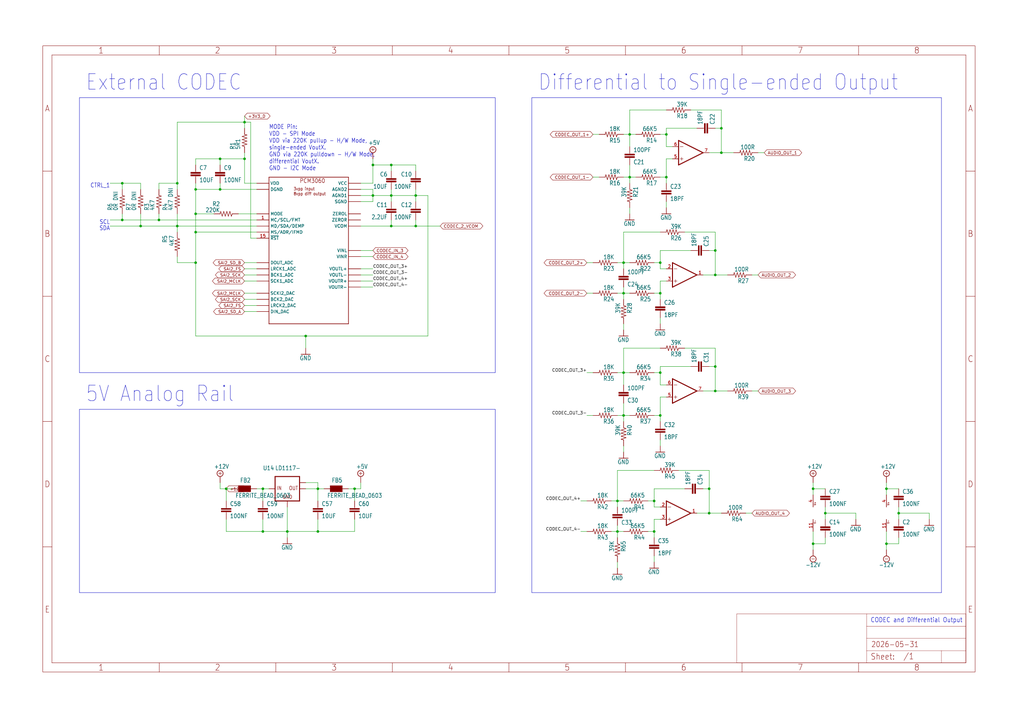
<source format=kicad_sch>
(kicad_sch (version 20230121) (generator eeschema)
  (paper "User" 425.45 298.602)
  (junction (at 259.08 109.22))
  (junction (at 368.3 203.2))
  (junction (at 81.28 96.52))
  (junction (at 162.56 81.28))
  (junction (at 132.08 220.98))
  (junction (at 119.38 220.98))
  (junction (at 81.28 78.74))
  (junction (at 337.82 203.2))
  (junction (at 162.56 68.58))
  (junction (at 154.94 68.58))
  (junction (at 299.72 63.5))
  (junction (at 297.18 152.4))
  (junction (at 368.3 226.06))
  (junction (at 271.78 208.28))
  (junction (at 93.98 203.2))
  (junction (at 342.9 213.36))
  (junction (at 274.32 172.72))
  (junction (at 127 139.7))
  (junction (at 109.22 203.2))
  (junction (at 271.78 220.98))
  (junction (at 50.8 76.2))
  (junction (at 109.22 220.98))
  (junction (at 81.28 88.9))
  (junction (at 256.54 208.28))
  (junction (at 261.62 73.66))
  (junction (at 259.08 121.92))
  (junction (at 299.72 53.34))
  (junction (at 259.08 154.94))
  (junction (at 73.66 76.2))
  (junction (at 154.94 81.28))
  (junction (at 297.18 162.56))
  (junction (at 50.8 91.44))
  (junction (at 91.44 78.74))
  (junction (at 162.56 93.98))
  (junction (at 259.08 172.72))
  (junction (at 276.86 73.66))
  (junction (at 91.44 66.04))
  (junction (at 297.18 104.14))
  (junction (at 101.6 66.04))
  (junction (at 132.08 203.2))
  (junction (at 276.86 55.88))
  (junction (at 147.32 203.2))
  (junction (at 172.72 93.98))
  (junction (at 101.6 50.8))
  (junction (at 294.64 213.36))
  (junction (at 256.54 220.98))
  (junction (at 294.64 203.2))
  (junction (at 261.62 55.88))
  (junction (at 73.66 93.98))
  (junction (at 274.32 109.22))
  (junction (at 81.28 109.22))
  (junction (at 337.82 226.06))
  (junction (at 172.72 81.28))
  (junction (at 297.18 114.3))
  (junction (at 66.04 91.44))
  (junction (at 274.32 121.92))
  (junction (at 58.42 93.98))
  (junction (at 274.32 154.94))
  (junction (at 373.38 213.36))
  (wire (pts (xy 274.32 55.88) (xy 276.86 55.88)) (stroke (width 0.1524)))
  (wire (pts (xy 368.3 226.06) (xy 368.3 220.98)) (stroke (width 0.1524)))
  (wire (pts (xy 259.08 121.92) (xy 259.08 119.38)) (stroke (width 0.1524)))
  (wire (pts (xy 297.18 152.4) (xy 297.18 162.56)) (stroke (width 0.1524)))
  (wire (pts (xy 132.08 200.66) (xy 132.08 203.2)) (stroke (width 0.1524)))
  (wire (pts (xy 162.56 83.82) (xy 162.56 81.28)) (stroke (width 0.1524)))
  (wire (pts (xy 269.24 208.28) (xy 271.78 208.28)) (stroke (width 0.1524)))
  (polyline (pts (xy 205.74 154.94) (xy 33.02 154.94)) (stroke (width 0.1524) (type solid)))
  (wire (pts (xy 149.86 93.98) (xy 162.56 93.98)) (stroke (width 0.1524)))
  (wire (pts (xy 337.82 203.2) (xy 337.82 200.66)) (stroke (width 0.1524)))
  (wire (pts (xy 109.22 220.98) (xy 119.38 220.98)) (stroke (width 0.1524)))
  (wire (pts (xy 274.32 116.84) (xy 276.86 116.84)) (stroke (width 0.1524)))
  (wire (pts (xy 93.98 220.98) (xy 109.22 220.98)) (stroke (width 0.1524)))
  (wire (pts (xy 248.92 73.66) (xy 246.38 73.66)) (stroke (width 0.1524)))
  (polyline (pts (xy 391.16 246.38) (xy 391.16 40.64)) (stroke (width 0.1524) (type solid)))
  (wire (pts (xy 154.94 68.58) (xy 154.94 76.2)) (stroke (width 0.1524)))
  (wire (pts (xy 91.44 203.2) (xy 91.44 200.66)) (stroke (width 0.1524)))
  (wire (pts (xy 259.08 111.76) (xy 259.08 109.22)) (stroke (width 0.1524)))
  (wire (pts (xy 299.72 53.34) (xy 299.72 63.5)) (stroke (width 0.1524)))
  (wire (pts (xy 276.86 60.96) (xy 279.4 60.96)) (stroke (width 0.1524)))
  (wire (pts (xy 261.62 88.9) (xy 261.62 86.36)) (stroke (width 0.1524)))
  (wire (pts (xy 50.8 91.44) (xy 45.72 91.44)) (stroke (width 0.1524)))
  (wire (pts (xy 261.62 154.94) (xy 259.08 154.94)) (stroke (width 0.1524)))
  (wire (pts (xy 276.86 83.82) (xy 276.86 86.36)) (stroke (width 0.1524)))
  (wire (pts (xy 162.56 93.98) (xy 172.72 93.98)) (stroke (width 0.1524)))
  (wire (pts (xy 172.72 83.82) (xy 172.72 81.28)) (stroke (width 0.1524)))
  (wire (pts (xy 73.66 109.22) (xy 81.28 109.22)) (stroke (width 0.1524)))
  (wire (pts (xy 256.54 236.22) (xy 256.54 233.68)) (stroke (width 0.1524)))
  (polyline (pts (xy 220.98 40.64) (xy 220.98 246.38)) (stroke (width 0.1524) (type solid)))
  (wire (pts (xy 373.38 215.9) (xy 373.38 213.36)) (stroke (width 0.1524)))
  (wire (pts (xy 261.62 45.72) (xy 261.62 55.88)) (stroke (width 0.1524)))
  (wire (pts (xy 132.08 215.9) (xy 132.08 220.98)) (stroke (width 0.1524)))
  (wire (pts (xy 271.78 195.58) (xy 256.54 195.58)) (stroke (width 0.1524)))
  (wire (pts (xy 50.8 76.2) (xy 45.72 76.2)) (stroke (width 0.1524)))
  (wire (pts (xy 294.64 203.2) (xy 294.64 213.36)) (stroke (width 0.1524)))
  (wire (pts (xy 109.22 208.28) (xy 109.22 203.2)) (stroke (width 0.1524)))
  (wire (pts (xy 342.9 215.9) (xy 342.9 213.36)) (stroke (width 0.1524)))
  (wire (pts (xy 261.62 109.22) (xy 259.08 109.22)) (stroke (width 0.1524)))
  (wire (pts (xy 81.28 109.22) (xy 81.28 139.7)) (stroke (width 0.1524)))
  (wire (pts (xy 274.32 121.92) (xy 274.32 116.84)) (stroke (width 0.1524)))
  (wire (pts (xy 271.78 220.98) (xy 271.78 223.52)) (stroke (width 0.1524)))
  (wire (pts (xy 149.86 200.66) (xy 149.86 203.2)) (stroke (width 0.1524)))
  (polyline (pts (xy 205.74 40.64) (xy 205.74 154.94)) (stroke (width 0.1524) (type solid)))
  (wire (pts (xy 106.68 111.76) (xy 101.6 111.76)) (stroke (width 0.1524)))
  (wire (pts (xy 274.32 144.78) (xy 259.08 144.78)) (stroke (width 0.1524)))
  (wire (pts (xy 259.08 124.46) (xy 259.08 121.92)) (stroke (width 0.1524)))
  (wire (pts (xy 294.64 195.58) (xy 294.64 203.2)) (stroke (width 0.1524)))
  (wire (pts (xy 104.14 50.8) (xy 101.6 50.8)) (stroke (width 0.1524)))
  (polyline (pts (xy 33.02 246.38) (xy 205.74 246.38)) (stroke (width 0.1524) (type solid)))
  (wire (pts (xy 259.08 160.02) (xy 259.08 154.94)) (stroke (width 0.1524)))
  (wire (pts (xy 149.86 104.14) (xy 154.94 104.14)) (stroke (width 0.1524)))
  (wire (pts (xy 342.9 213.36) (xy 355.6 213.36)) (stroke (width 0.1524)))
  (wire (pts (xy 106.68 109.22) (xy 101.6 109.22)) (stroke (width 0.1524)))
  (wire (pts (xy 271.78 121.92) (xy 274.32 121.92)) (stroke (width 0.1524)))
  (wire (pts (xy 149.86 119.38) (xy 154.94 119.38)) (stroke (width 0.1524)))
  (wire (pts (xy 259.08 137.16) (xy 259.08 134.62)) (stroke (width 0.1524)))
  (wire (pts (xy 287.02 152.4) (xy 274.32 152.4)) (stroke (width 0.1524)))
  (wire (pts (xy 109.22 215.9) (xy 109.22 220.98)) (stroke (width 0.1524)))
  (wire (pts (xy 106.68 93.98) (xy 73.66 93.98)) (stroke (width 0.1524)))
  (wire (pts (xy 162.56 78.74) (xy 162.56 81.28)) (stroke (width 0.1524)))
  (wire (pts (xy 281.94 195.58) (xy 294.64 195.58)) (stroke (width 0.1524)))
  (wire (pts (xy 259.08 220.98) (xy 256.54 220.98)) (stroke (width 0.1524)))
  (polyline (pts (xy 33.02 170.18) (xy 33.02 246.38)) (stroke (width 0.1524) (type solid)))
  (wire (pts (xy 154.94 76.2) (xy 149.86 76.2)) (stroke (width 0.1524)))
  (wire (pts (xy 101.6 63.5) (xy 101.6 66.04)) (stroke (width 0.1524)))
  (polyline (pts (xy 220.98 246.38) (xy 391.16 246.38)) (stroke (width 0.1524) (type solid)))
  (wire (pts (xy 274.32 73.66) (xy 276.86 73.66)) (stroke (width 0.1524)))
  (wire (pts (xy 144.78 203.2) (xy 147.32 203.2)) (stroke (width 0.1524)))
  (wire (pts (xy 304.8 63.5) (xy 299.72 63.5)) (stroke (width 0.1524)))
  (wire (pts (xy 297.18 104.14) (xy 297.18 114.3)) (stroke (width 0.1524)))
  (wire (pts (xy 299.72 63.5) (xy 294.64 63.5)) (stroke (width 0.1524)))
  (wire (pts (xy 106.68 88.9) (xy 99.06 88.9)) (stroke (width 0.1524)))
  (wire (pts (xy 81.28 66.04) (xy 91.44 66.04)) (stroke (width 0.1524)))
  (wire (pts (xy 50.8 76.2) (xy 58.42 76.2)) (stroke (width 0.1524)))
  (wire (pts (xy 342.9 203.2) (xy 337.82 203.2)) (stroke (width 0.1524)))
  (wire (pts (xy 154.94 78.74) (xy 154.94 81.28)) (stroke (width 0.1524)))
  (wire (pts (xy 93.98 203.2) (xy 91.44 203.2)) (stroke (width 0.1524)))
  (wire (pts (xy 101.6 53.34) (xy 101.6 50.8)) (stroke (width 0.1524)))
  (wire (pts (xy 149.86 111.76) (xy 154.94 111.76)) (stroke (width 0.1524)))
  (wire (pts (xy 274.32 172.72) (xy 274.32 165.1)) (stroke (width 0.1524)))
  (wire (pts (xy 106.68 91.44) (xy 66.04 91.44)) (stroke (width 0.1524)))
  (wire (pts (xy 373.38 213.36) (xy 386.08 213.36)) (stroke (width 0.1524)))
  (wire (pts (xy 162.56 91.44) (xy 162.56 93.98)) (stroke (width 0.1524)))
  (wire (pts (xy 261.62 172.72) (xy 259.08 172.72)) (stroke (width 0.1524)))
  (wire (pts (xy 274.32 154.94) (xy 274.32 160.02)) (stroke (width 0.1524)))
  (wire (pts (xy 93.98 215.9) (xy 93.98 220.98)) (stroke (width 0.1524)))
  (wire (pts (xy 294.64 152.4) (xy 297.18 152.4)) (stroke (width 0.1524)))
  (wire (pts (xy 259.08 172.72) (xy 259.08 167.64)) (stroke (width 0.1524)))
  (wire (pts (xy 243.84 208.28) (xy 241.3 208.28)) (stroke (width 0.1524)))
  (polyline (pts (xy 391.16 40.64) (xy 220.98 40.64)) (stroke (width 0.1524) (type solid)))
  (wire (pts (xy 297.18 162.56) (xy 292.1 162.56)) (stroke (width 0.1524)))
  (wire (pts (xy 373.38 226.06) (xy 368.3 226.06)) (stroke (width 0.1524)))
  (wire (pts (xy 264.16 73.66) (xy 261.62 73.66)) (stroke (width 0.1524)))
  (wire (pts (xy 271.78 172.72) (xy 274.32 172.72)) (stroke (width 0.1524)))
  (wire (pts (xy 132.08 203.2) (xy 134.62 203.2)) (stroke (width 0.1524)))
  (wire (pts (xy 309.88 213.36) (xy 312.42 213.36)) (stroke (width 0.1524)))
  (wire (pts (xy 111.76 203.2) (xy 109.22 203.2)) (stroke (width 0.1524)))
  (wire (pts (xy 246.38 172.72) (xy 243.84 172.72)) (stroke (width 0.1524)))
  (wire (pts (xy 73.66 76.2) (xy 73.66 50.8)) (stroke (width 0.1524)))
  (wire (pts (xy 274.32 160.02) (xy 276.86 160.02)) (stroke (width 0.1524)))
  (wire (pts (xy 154.94 66.04) (xy 154.94 68.58)) (stroke (width 0.1524)))
  (wire (pts (xy 104.14 99.06) (xy 104.14 50.8)) (stroke (width 0.1524)))
  (wire (pts (xy 248.92 55.88) (xy 246.38 55.88)) (stroke (width 0.1524)))
  (wire (pts (xy 274.32 172.72) (xy 274.32 175.26)) (stroke (width 0.1524)))
  (wire (pts (xy 66.04 76.2) (xy 73.66 76.2)) (stroke (width 0.1524)))
  (wire (pts (xy 271.78 215.9) (xy 274.32 215.9)) (stroke (width 0.1524)))
  (wire (pts (xy 132.08 208.28) (xy 132.08 203.2)) (stroke (width 0.1524)))
  (wire (pts (xy 149.86 114.3) (xy 154.94 114.3)) (stroke (width 0.1524)))
  (wire (pts (xy 312.42 162.56) (xy 314.96 162.56)) (stroke (width 0.1524)))
  (wire (pts (xy 337.82 226.06) (xy 337.82 228.6)) (stroke (width 0.1524)))
  (wire (pts (xy 368.3 226.06) (xy 368.3 228.6)) (stroke (width 0.1524)))
  (wire (pts (xy 109.22 203.2) (xy 106.68 203.2)) (stroke (width 0.1524)))
  (wire (pts (xy 177.8 81.28) (xy 177.8 139.7)) (stroke (width 0.1524)))
  (wire (pts (xy 162.56 81.28) (xy 172.72 81.28)) (stroke (width 0.1524)))
  (wire (pts (xy 261.62 60.96) (xy 261.62 55.88)) (stroke (width 0.1524)))
  (wire (pts (xy 50.8 91.44) (xy 50.8 88.9)) (stroke (width 0.1524)))
  (wire (pts (xy 246.38 109.22) (xy 243.84 109.22)) (stroke (width 0.1524)))
  (wire (pts (xy 274.32 121.92) (xy 274.32 124.46)) (stroke (width 0.1524)))
  (wire (pts (xy 91.44 78.74) (xy 81.28 78.74)) (stroke (width 0.1524)))
  (wire (pts (xy 127 139.7) (xy 177.8 139.7)) (stroke (width 0.1524)))
  (wire (pts (xy 314.96 63.5) (xy 317.5 63.5)) (stroke (width 0.1524)))
  (wire (pts (xy 259.08 144.78) (xy 259.08 154.94)) (stroke (width 0.1524)))
  (wire (pts (xy 96.52 203.2) (xy 93.98 203.2)) (stroke (width 0.1524)))
  (wire (pts (xy 284.48 203.2) (xy 271.78 203.2)) (stroke (width 0.1524)))
  (wire (pts (xy 73.66 76.2) (xy 73.66 78.74)) (stroke (width 0.1524)))
  (wire (pts (xy 269.24 220.98) (xy 271.78 220.98)) (stroke (width 0.1524)))
  (wire (pts (xy 261.62 73.66) (xy 261.62 68.58)) (stroke (width 0.1524)))
  (wire (pts (xy 271.78 109.22) (xy 274.32 109.22)) (stroke (width 0.1524)))
  (wire (pts (xy 284.48 144.78) (xy 297.18 144.78)) (stroke (width 0.1524)))
  (wire (pts (xy 147.32 215.9) (xy 147.32 220.98)) (stroke (width 0.1524)))
  (wire (pts (xy 342.9 223.52) (xy 342.9 226.06)) (stroke (width 0.1524)))
  (wire (pts (xy 172.72 68.58) (xy 172.72 71.12)) (stroke (width 0.1524)))
  (wire (pts (xy 147.32 220.98) (xy 132.08 220.98)) (stroke (width 0.1524)))
  (wire (pts (xy 299.72 45.72) (xy 299.72 53.34)) (stroke (width 0.1524)))
  (wire (pts (xy 154.94 81.28) (xy 162.56 81.28)) (stroke (width 0.1524)))
  (wire (pts (xy 50.8 78.74) (xy 50.8 76.2)) (stroke (width 0.1524)))
  (wire (pts (xy 106.68 114.3) (xy 101.6 114.3)) (stroke (width 0.1524)))
  (wire (pts (xy 256.54 195.58) (xy 256.54 208.28)) (stroke (width 0.1524)))
  (wire (pts (xy 149.86 106.68) (xy 154.94 106.68)) (stroke (width 0.1524)))
  (wire (pts (xy 302.26 162.56) (xy 297.18 162.56)) (stroke (width 0.1524)))
  (wire (pts (xy 154.94 81.28) (xy 149.86 81.28)) (stroke (width 0.1524)))
  (wire (pts (xy 342.9 226.06) (xy 337.82 226.06)) (stroke (width 0.1524)))
  (wire (pts (xy 154.94 81.28) (xy 154.94 83.82)) (stroke (width 0.1524)))
  (wire (pts (xy 284.48 96.52) (xy 297.18 96.52)) (stroke (width 0.1524)))
  (wire (pts (xy 299.72 213.36) (xy 294.64 213.36)) (stroke (width 0.1524)))
  (wire (pts (xy 106.68 96.52) (xy 81.28 96.52)) (stroke (width 0.1524)))
  (wire (pts (xy 294.64 213.36) (xy 289.56 213.36)) (stroke (width 0.1524)))
  (wire (pts (xy 81.28 68.58) (xy 81.28 66.04)) (stroke (width 0.1524)))
  (wire (pts (xy 101.6 66.04) (xy 101.6 76.2)) (stroke (width 0.1524)))
  (wire (pts (xy 271.78 210.82) (xy 274.32 210.82)) (stroke (width 0.1524)))
  (wire (pts (xy 106.68 124.46) (xy 101.6 124.46)) (stroke (width 0.1524)))
  (wire (pts (xy 73.66 93.98) (xy 58.42 93.98)) (stroke (width 0.1524)))
  (wire (pts (xy 127 203.2) (xy 132.08 203.2)) (stroke (width 0.1524)))
  (wire (pts (xy 261.62 55.88) (xy 259.08 55.88)) (stroke (width 0.1524)))
  (wire (pts (xy 149.86 78.74) (xy 154.94 78.74)) (stroke (width 0.1524)))
  (wire (pts (xy 271.78 220.98) (xy 271.78 215.9)) (stroke (width 0.1524)))
  (wire (pts (xy 106.68 116.84) (xy 101.6 116.84)) (stroke (width 0.1524)))
  (wire (pts (xy 106.68 127) (xy 101.6 127)) (stroke (width 0.1524)))
  (wire (pts (xy 172.72 93.98) (xy 182.88 93.98)) (stroke (width 0.1524)))
  (wire (pts (xy 259.08 109.22) (xy 256.54 109.22)) (stroke (width 0.1524)))
  (wire (pts (xy 271.78 203.2) (xy 271.78 208.28)) (stroke (width 0.1524)))
  (wire (pts (xy 172.72 81.28) (xy 172.72 78.74)) (stroke (width 0.1524)))
  (wire (pts (xy 287.02 104.14) (xy 274.32 104.14)) (stroke (width 0.1524)))
  (wire (pts (xy 106.68 78.74) (xy 91.44 78.74)) (stroke (width 0.1524)))
  (wire (pts (xy 261.62 73.66) (xy 259.08 73.66)) (stroke (width 0.1524)))
  (wire (pts (xy 119.38 210.82) (xy 119.38 220.98)) (stroke (width 0.1524)))
  (wire (pts (xy 73.66 96.52) (xy 73.66 93.98)) (stroke (width 0.1524)))
  (wire (pts (xy 287.02 45.72) (xy 299.72 45.72)) (stroke (width 0.1524)))
  (wire (pts (xy 246.38 154.94) (xy 243.84 154.94)) (stroke (width 0.1524)))
  (wire (pts (xy 162.56 68.58) (xy 162.56 71.12)) (stroke (width 0.1524)))
  (wire (pts (xy 259.08 172.72) (xy 256.54 172.72)) (stroke (width 0.1524)))
  (wire (pts (xy 101.6 76.2) (xy 106.68 76.2)) (stroke (width 0.1524)))
  (wire (pts (xy 292.1 203.2) (xy 294.64 203.2)) (stroke (width 0.1524)))
  (wire (pts (xy 93.98 208.28) (xy 93.98 203.2)) (stroke (width 0.1524)))
  (wire (pts (xy 66.04 78.74) (xy 66.04 76.2)) (stroke (width 0.1524)))
  (wire (pts (xy 91.44 68.58) (xy 91.44 66.04)) (stroke (width 0.1524)))
  (wire (pts (xy 271.78 154.94) (xy 274.32 154.94)) (stroke (width 0.1524)))
  (wire (pts (xy 274.32 111.76) (xy 276.86 111.76)) (stroke (width 0.1524)))
  (wire (pts (xy 276.86 66.04) (xy 279.4 66.04)) (stroke (width 0.1524)))
  (wire (pts (xy 259.08 208.28) (xy 256.54 208.28)) (stroke (width 0.1524)))
  (wire (pts (xy 274.32 96.52) (xy 259.08 96.52)) (stroke (width 0.1524)))
  (wire (pts (xy 256.54 220.98) (xy 254 220.98)) (stroke (width 0.1524)))
  (wire (pts (xy 271.78 208.28) (xy 271.78 210.82)) (stroke (width 0.1524)))
  (wire (pts (xy 149.86 203.2) (xy 147.32 203.2)) (stroke (width 0.1524)))
  (wire (pts (xy 58.42 93.98) (xy 58.42 88.9)) (stroke (width 0.1524)))
  (wire (pts (xy 81.28 88.9) (xy 81.28 96.52)) (stroke (width 0.1524)))
  (wire (pts (xy 106.68 99.06) (xy 104.14 99.06)) (stroke (width 0.1524)))
  (wire (pts (xy 73.66 106.68) (xy 73.66 109.22)) (stroke (width 0.1524)))
  (wire (pts (xy 274.32 132.08) (xy 274.32 134.62)) (stroke (width 0.1524)))
  (wire (pts (xy 337.82 226.06) (xy 337.82 220.98)) (stroke (width 0.1524)))
  (wire (pts (xy 355.6 213.36) (xy 355.6 215.9)) (stroke (width 0.1524)))
  (wire (pts (xy 276.86 73.66) (xy 276.86 66.04)) (stroke (width 0.1524)))
  (wire (pts (xy 297.18 114.3) (xy 292.1 114.3)) (stroke (width 0.1524)))
  (wire (pts (xy 154.94 68.58) (xy 162.56 68.58)) (stroke (width 0.1524)))
  (wire (pts (xy 368.3 203.2) (xy 368.3 200.66)) (stroke (width 0.1524)))
  (wire (pts (xy 101.6 129.54) (xy 106.68 129.54)) (stroke (width 0.1524)))
  (wire (pts (xy 88.9 88.9) (xy 81.28 88.9)) (stroke (width 0.1524)))
  (wire (pts (xy 373.38 203.2) (xy 368.3 203.2)) (stroke (width 0.1524)))
  (wire (pts (xy 276.86 55.88) (xy 276.86 60.96)) (stroke (width 0.1524)))
  (wire (pts (xy 373.38 213.36) (xy 373.38 210.82)) (stroke (width 0.1524)))
  (wire (pts (xy 81.28 78.74) (xy 81.28 88.9)) (stroke (width 0.1524)))
  (wire (pts (xy 119.38 220.98) (xy 119.38 223.52)) (stroke (width 0.1524)))
  (wire (pts (xy 276.86 45.72) (xy 261.62 45.72)) (stroke (width 0.1524)))
  (wire (pts (xy 373.38 223.52) (xy 373.38 226.06)) (stroke (width 0.1524)))
  (wire (pts (xy 256.54 223.52) (xy 256.54 220.98)) (stroke (width 0.1524)))
  (wire (pts (xy 246.38 121.92) (xy 243.84 121.92)) (stroke (width 0.1524)))
  (wire (pts (xy 127 200.66) (xy 132.08 200.66)) (stroke (width 0.1524)))
  (wire (pts (xy 172.72 91.44) (xy 172.72 93.98)) (stroke (width 0.1524)))
  (wire (pts (xy 264.16 55.88) (xy 261.62 55.88)) (stroke (width 0.1524)))
  (wire (pts (xy 91.44 76.2) (xy 91.44 78.74)) (stroke (width 0.1524)))
  (wire (pts (xy 368.3 203.2) (xy 368.3 205.74)) (stroke (width 0.1524)))
  (wire (pts (xy 386.08 213.36) (xy 386.08 215.9)) (stroke (width 0.1524)))
  (wire (pts (xy 73.66 88.9) (xy 73.66 93.98)) (stroke (width 0.1524)))
  (wire (pts (xy 81.28 76.2) (xy 81.28 78.74)) (stroke (width 0.1524)))
  (wire (pts (xy 256.54 220.98) (xy 256.54 218.44)) (stroke (width 0.1524)))
  (wire (pts (xy 261.62 76.2) (xy 261.62 73.66)) (stroke (width 0.1524)))
  (wire (pts (xy 259.08 121.92) (xy 256.54 121.92)) (stroke (width 0.1524)))
  (wire (pts (xy 261.62 121.92) (xy 259.08 121.92)) (stroke (width 0.1524)))
  (wire (pts (xy 132.08 220.98) (xy 119.38 220.98)) (stroke (width 0.1524)))
  (wire (pts (xy 259.08 96.52) (xy 259.08 109.22)) (stroke (width 0.1524)))
  (wire (pts (xy 294.64 104.14) (xy 297.18 104.14)) (stroke (width 0.1524)))
  (wire (pts (xy 172.72 81.28) (xy 177.8 81.28)) (stroke (width 0.1524)))
  (wire (pts (xy 337.82 203.2) (xy 337.82 205.74)) (stroke (width 0.1524)))
  (polyline (pts (xy 205.74 170.18) (xy 33.02 170.18)) (stroke (width 0.1524) (type solid)))
  (wire (pts (xy 58.42 93.98) (xy 45.72 93.98)) (stroke (width 0.1524)))
  (wire (pts (xy 259.08 154.94) (xy 256.54 154.94)) (stroke (width 0.1524)))
  (wire (pts (xy 259.08 175.26) (xy 259.08 172.72)) (stroke (width 0.1524)))
  (wire (pts (xy 91.44 66.04) (xy 101.6 66.04)) (stroke (width 0.1524)))
  (wire (pts (xy 274.32 182.88) (xy 274.32 185.42)) (stroke (width 0.1524)))
  (wire (pts (xy 259.08 187.96) (xy 259.08 185.42)) (stroke (width 0.1524)))
  (wire (pts (xy 127 139.7) (xy 127 144.78)) (stroke (width 0.1524)))
  (wire (pts (xy 297.18 96.52) (xy 297.18 104.14)) (stroke (width 0.1524)))
  (wire (pts (xy 256.54 210.82) (xy 256.54 208.28)) (stroke (width 0.1524)))
  (wire (pts (xy 73.66 50.8) (xy 101.6 50.8)) (stroke (width 0.1524)))
  (wire (pts (xy 271.78 231.14) (xy 271.78 233.68)) (stroke (width 0.1524)))
  (wire (pts (xy 274.32 152.4) (xy 274.32 154.94)) (stroke (width 0.1524)))
  (wire (pts (xy 302.26 114.3) (xy 297.18 114.3)) (stroke (width 0.1524)))
  (wire (pts (xy 342.9 213.36) (xy 342.9 210.82)) (stroke (width 0.1524)))
  (wire (pts (xy 312.42 114.3) (xy 314.96 114.3)) (stroke (width 0.1524)))
  (wire (pts (xy 149.86 116.84) (xy 154.94 116.84)) (stroke (width 0.1524)))
  (wire (pts (xy 106.68 121.92) (xy 101.6 121.92)) (stroke (width 0.1524)))
  (wire (pts (xy 147.32 203.2) (xy 147.32 208.28)) (stroke (width 0.1524)))
  (wire (pts (xy 274.32 165.1) (xy 276.86 165.1)) (stroke (width 0.1524)))
  (wire (pts (xy 66.04 91.44) (xy 50.8 91.44)) (stroke (width 0.1524)))
  (wire (pts (xy 162.56 68.58) (xy 172.72 68.58)) (stroke (width 0.1524)))
  (wire (pts (xy 243.84 220.98) (xy 241.3 220.98)) (stroke (width 0.1524)))
  (wire (pts (xy 276.86 73.66) (xy 276.86 76.2)) (stroke (width 0.1524)))
  (wire (pts (xy 276.86 53.34) (xy 276.86 55.88)) (stroke (width 0.1524)))
  (wire (pts (xy 256.54 208.28) (xy 254 208.28)) (stroke (width 0.1524)))
  (wire (pts (xy 81.28 139.7) (xy 127 139.7)) (stroke (width 0.1524)))
  (polyline (pts (xy 33.02 154.94) (xy 33.02 40.64)) (stroke (width 0.1524) (type solid)))
  (polyline (pts (xy 33.02 40.64) (xy 205.74 40.64)) (stroke (width 0.1524) (type solid)))
  (wire (pts (xy 66.04 88.9) (xy 66.04 91.44)) (stroke (width 0.1524)))
  (wire (pts (xy 101.6 50.8) (xy 101.6 48.26)) (stroke (width 0.1524)))
  (wire (pts (xy 274.32 109.22) (xy 274.32 111.76)) (stroke (width 0.1524)))
  (wire (pts (xy 289.56 53.34) (xy 276.86 53.34)) (stroke (width 0.1524)))
  (wire (pts (xy 81.28 96.52) (xy 81.28 109.22)) (stroke (width 0.1524)))
  (wire (pts (xy 274.32 104.14) (xy 274.32 109.22)) (stroke (width 0.1524)))
  (wire (pts (xy 149.86 83.82) (xy 154.94 83.82)) (stroke (width 0.1524)))
  (polyline (pts (xy 205.74 246.38) (xy 205.74 170.18)) (stroke (width 0.1524) (type solid)))
  (wire (pts (xy 58.42 76.2) (xy 58.42 78.74)) (stroke (width 0.1524)))
  (wire (pts (xy 297.18 144.78) (xy 297.18 152.4)) (stroke (width 0.1524)))
  (wire (pts (xy 297.18 53.34) (xy 299.72 53.34)) (stroke (width 0.1524)))
  (text "External CODEC" (at 35.56 38.1 0) (effects (font (size 6.4516 5.4838)) (justify left bottom)))
  (text "MODE Pin:\nVDD - SPI Mode\nVDD via 220K pullup - H/W Mode,\nsingle-ended VoutX.\nGND via 220K pulldown - H/W Mode,\ndifferential VoutX.\nGND - I2C Mode" (at 111.76 71.12 0) (effects (font (size 1.778 1.5113)) (justify left bottom)))
  (text "CODEC and Differential Output" (at 361.696 259.08 0) (effects (font (size 1.9304 1.6408)) (justify left bottom)))
  (text "CTRL_1" (at 45.72 76.2 0) (effects (font (size 1.778 1.5113)) (justify right top)))
  (text "5V Analog Rail" (at 35.56 167.64 0) (effects (font (size 6.4516 5.4838)) (justify left bottom)))
  (text "SDA" (at 45.72 93.98 0) (effects (font (size 1.778 1.5113)) (justify right top)))
  (text "Differential to Single-ended Output" (at 223.52 38.1 0) (effects (font (size 6.4516 5.4838)) (justify left bottom)))
  (text "SCL" (at 45.72 91.44 0) (effects (font (size 1.778 1.5113)) (justify right top)))
  (label "CODEC_OUT_4+" (at 241.3 208.28 180) (effects (font (size 1.2446 1.2446))))
  (label "CODEC_OUT_3+" (at 154.94 111.76 0) (effects (font (size 1.2446 1.2446))))
  (label "CODEC_OUT_4-" (at 241.3 220.98 180) (effects (font (size 1.2446 1.2446))))
  (label "CODEC_OUT_4+" (at 154.94 116.84 0) (effects (font (size 1.2446 1.2446))))
  (label "CODEC_OUT_3-" (at 154.94 114.3 0) (effects (font (size 1.2446 1.2446))))
  (label "CODEC_OUT_3-" (at 243.84 172.72 180) (effects (font (size 1.2446 1.2446))))
  (label "CODEC_OUT_3+" (at 243.84 154.94 180) (effects (font (size 1.2446 1.2446))))
  (label "CODEC_OUT_4-" (at 154.94 119.38 0) (effects (font (size 1.2446 1.2446))))
  (global_label "SAI2_SD_B" (shape bidirectional) (at 101.6 109.22 180) (effects (font (size 1.2446 1.2446))) (property "Intersheetrefs" "${INTERSHEET_REFS}" (effects hide)))
  (global_label "+12V" (shape bidirectional) (at 93.98 203.2 0) (effects (font (size 1.2446 1.2446))) (property "Intersheetrefs" "${INTERSHEET_REFS}" (effects hide)))
  (global_label "SAI2_SCK" (shape bidirectional) (at 101.6 114.3 180) (effects (font (size 1.2446 1.2446))) (property "Intersheetrefs" "${INTERSHEET_REFS}" (effects hide)))
  (global_label "SAI2_SD_A" (shape bidirectional) (at 101.6 129.54 180) (effects (font (size 1.2446 1.2446))) (property "Intersheetrefs" "${INTERSHEET_REFS}" (effects hide)))
  (global_label "CODEC_IN_4" (shape bidirectional) (at 154.94 106.68 0) (effects (font (size 1.2446 1.2446))) (property "Intersheetrefs" "${INTERSHEET_REFS}" (effects hide)))
  (global_label "AUDIO_OUT_4" (shape bidirectional) (at 312.42 213.36 0) (effects (font (size 1.2446 1.2446))) (property "Intersheetrefs" "${INTERSHEET_REFS}" (effects hide)))
  (global_label "CODEC_OUT_1+" (shape bidirectional) (at 246.38 55.88 180) (effects (font (size 1.2446 1.2446))) (property "Intersheetrefs" "${INTERSHEET_REFS}" (effects hide)))
  (global_label "SAI2_MCLK" (shape bidirectional) (at 101.6 116.84 180) (effects (font (size 1.2446 1.2446))) (property "Intersheetrefs" "${INTERSHEET_REFS}" (effects hide)))
  (global_label "CODEC_OUT_1-" (shape bidirectional) (at 246.38 73.66 180) (effects (font (size 1.2446 1.2446))) (property "Intersheetrefs" "${INTERSHEET_REFS}" (effects hide)))
  (global_label "SAI2_FS" (shape bidirectional) (at 101.6 127 180) (effects (font (size 1.2446 1.2446))) (property "Intersheetrefs" "${INTERSHEET_REFS}" (effects hide)))
  (global_label "SAI2_MCLK" (shape bidirectional) (at 101.6 121.92 180) (effects (font (size 1.2446 1.2446))) (property "Intersheetrefs" "${INTERSHEET_REFS}" (effects hide)))
  (global_label "SAI2_FS" (shape bidirectional) (at 101.6 111.76 180) (effects (font (size 1.2446 1.2446))) (property "Intersheetrefs" "${INTERSHEET_REFS}" (effects hide)))
  (global_label "AUDIO_OUT_1" (shape bidirectional) (at 317.5 63.5 0) (effects (font (size 1.2446 1.2446))) (property "Intersheetrefs" "${INTERSHEET_REFS}" (effects hide)))
  (global_label "CODEC_OUT_2+" (shape bidirectional) (at 243.84 109.22 180) (effects (font (size 1.2446 1.2446))) (property "Intersheetrefs" "${INTERSHEET_REFS}" (effects hide)))
  (global_label "AUDIO_OUT_2" (shape bidirectional) (at 314.96 114.3 0) (effects (font (size 1.2446 1.2446))) (property "Intersheetrefs" "${INTERSHEET_REFS}" (effects hide)))
  (global_label "+3V3_D" (shape bidirectional) (at 101.6 48.26 0) (effects (font (size 1.2446 1.2446))) (property "Intersheetrefs" "${INTERSHEET_REFS}" (effects hide)))
  (global_label "CODEC_2_VCOM" (shape bidirectional) (at 182.88 93.98 0) (effects (font (size 1.2446 1.2446))) (property "Intersheetrefs" "${INTERSHEET_REFS}" (effects hide)))
  (global_label "AUDIO_OUT_3" (shape bidirectional) (at 314.96 162.56 0) (effects (font (size 1.2446 1.2446))) (property "Intersheetrefs" "${INTERSHEET_REFS}" (effects hide)))
  (global_label "CODEC_OUT_2-" (shape bidirectional) (at 243.84 121.92 180) (effects (font (size 1.2446 1.2446))) (property "Intersheetrefs" "${INTERSHEET_REFS}" (effects hide)))
  (global_label "CODEC_IN_3" (shape bidirectional) (at 154.94 104.14 0) (effects (font (size 1.2446 1.2446))) (property "Intersheetrefs" "${INTERSHEET_REFS}" (effects hide)))
  (global_label "SAI2_SCK" (shape bidirectional) (at 101.6 124.46 180) (effects (font (size 1.2446 1.2446))) (property "Intersheetrefs" "${INTERSHEET_REFS}" (effects hide)))
  (symbol (lib_id "ES_Daisy_Seed2_DFM_EVAL_EURO_Rev2-eagle-import:A3L-LOC") (at 17.78 279.4 0) (unit 1)
    (property "Reference" "#FRAME1" (effects hide))
    (property "Value" "A3L-LOC" (effects hide))
  )
  (symbol (lib_id "ES_Daisy_Seed2_DFM_EVAL_EURO_Rev2-eagle-import:Electrosmith-Passives_C-EUC0603") (at 271.78 226.06 0) (mirror y) (unit 1)
    (property "Reference" "C35" (at 273.304 223.901 0) (effects (font (size 1.778 1.5113)) (justify right top)))
    (property "Value" "18PF" (at 273.304 228.981 0) (effects (font (size 1.778 1.5113)) (justify right top)))
    (property "Footprint" "ES_Daisy_Seed2_DFM_EVAL_EURO_Rev2:C0603" (effects hide))
  )
  (symbol (lib_id "ES_Daisy_Seed2_DFM_EVAL_EURO_Rev2-eagle-import:PCM3060PWR") (at 116.84 101.6 0) (unit 1)
    (property "Reference" "U2" (effects hide))
    (property "Value" "PCM3060PWR" (effects hide))
    (property "Footprint" "ES_Daisy_Seed2_DFM_EVAL_EURO_Rev2:TSSOP-28" (effects hide))
  )
  (symbol (lib_id "ES_Daisy_Seed2_DFM_EVAL_EURO_Rev2-eagle-import:R-US_R0603") (at 73.66 83.82 90) (unit 1)
    (property "Reference" "R4" (at 69.6214 87.63 0) (effects (font (size 1.778 1.5113)) (justify left bottom)))
    (property "Value" "4K7 DNI" (at 71.882 87.63 0) (effects (font (size 1.778 1.5113)) (justify left bottom)))
    (property "Footprint" "ES_Daisy_Seed2_DFM_EVAL_EURO_Rev2:R0603" (effects hide))
  )
  (symbol (lib_id "ES_Daisy_Seed2_DFM_EVAL_EURO_Rev2-eagle-import:R-US_R0603") (at 304.8 213.36 180) (unit 1)
    (property "Reference" "R64" (at 308.61 214.8586 0) (effects (font (size 1.778 1.5113)) (justify left bottom)))
    (property "Value" "100R" (at 308.61 210.058 0) (effects (font (size 1.778 1.5113)) (justify left bottom)))
    (property "Footprint" "ES_Daisy_Seed2_DFM_EVAL_EURO_Rev2:R0603" (effects hide))
  )
  (symbol (lib_id "ES_Daisy_Seed2_DFM_EVAL_EURO_Rev2-eagle-import:R-US_R0603") (at 101.6 58.42 90) (unit 1)
    (property "Reference" "R1" (at 97.5614 62.23 0) (effects (font (size 1.778 1.5113)) (justify left bottom)))
    (property "Value" "5R1" (at 99.822 62.23 0) (effects (font (size 1.778 1.5113)) (justify left bottom)))
    (property "Footprint" "ES_Daisy_Seed2_DFM_EVAL_EURO_Rev2:R0603" (effects hide))
  )
  (symbol (lib_id "ES_Daisy_Seed2_DFM_EVAL_EURO_Rev2-eagle-import:R-US_R0603") (at 256.54 228.6 270) (unit 1)
    (property "Reference" "R65" (at 258.0386 224.79 0) (effects (font (size 1.778 1.5113)) (justify left bottom)))
    (property "Value" "39K" (at 253.238 224.79 0) (effects (font (size 1.778 1.5113)) (justify left bottom)))
    (property "Footprint" "ES_Daisy_Seed2_DFM_EVAL_EURO_Rev2:R0603" (effects hide))
  )
  (symbol (lib_id "ES_Daisy_Seed2_DFM_EVAL_EURO_Rev2-eagle-import:R-US_R0603") (at 251.46 121.92 180) (unit 1)
    (property "Reference" "R24" (at 255.27 123.4186 0) (effects (font (size 1.778 1.5113)) (justify left bottom)))
    (property "Value" "18K" (at 255.27 118.618 0) (effects (font (size 1.778 1.5113)) (justify left bottom)))
    (property "Footprint" "ES_Daisy_Seed2_DFM_EVAL_EURO_Rev2:R0603" (effects hide))
  )
  (symbol (lib_id "ES_Daisy_Seed2_DFM_EVAL_EURO_Rev2-eagle-import:-12V") (at 368.3 231.14 0) (unit 1)
    (property "Reference" "#SUPPLY6" (effects hide))
    (property "Value" "-12V" (at 365.125 235.839 0) (effects (font (size 1.778 1.5113)) (justify left bottom)))
  )
  (symbol (lib_id "ES_Daisy_Seed2_DFM_EVAL_EURO_Rev2-eagle-import:R-US_R0603") (at 309.88 63.5 180) (unit 1)
    (property "Reference" "R20" (at 313.69 64.9986 0) (effects (font (size 1.778 1.5113)) (justify left bottom)))
    (property "Value" "100R" (at 313.69 60.198 0) (effects (font (size 1.778 1.5113)) (justify left bottom)))
    (property "Footprint" "ES_Daisy_Seed2_DFM_EVAL_EURO_Rev2:R0603" (effects hide))
  )
  (symbol (lib_id "ES_Daisy_Seed2_DFM_EVAL_EURO_Rev2-eagle-import:R-US_R0603") (at 248.92 220.98 180) (unit 1)
    (property "Reference" "R43" (at 252.73 222.4786 0) (effects (font (size 1.778 1.5113)) (justify left bottom)))
    (property "Value" "18K" (at 252.73 217.678 0) (effects (font (size 1.778 1.5113)) (justify left bottom)))
    (property "Footprint" "ES_Daisy_Seed2_DFM_EVAL_EURO_Rev2:R0603" (effects hide))
  )
  (symbol (lib_id "ES_Daisy_Seed2_DFM_EVAL_EURO_Rev2-eagle-import:TL074_TSSOP-14") (at 368.3 213.36 0) (unit 5)
    (property "Reference" "U1" (effects hide))
    (property "Value" "TL074" (effects hide))
    (property "Footprint" "ES_Daisy_Seed2_DFM_EVAL_EURO_Rev2:TSSOP-14" (effects hide))
  )
  (symbol (lib_id "ES_Daisy_Seed2_DFM_EVAL_EURO_Rev2-eagle-import:Electrosmith-Passives_C-EUC0402") (at 172.72 73.66 0) (unit 1)
    (property "Reference" "C10" (at 171.196 71.501 0) (effects (font (size 1.778 1.5113)) (justify right top)))
    (property "Value" "100NF" (at 171.196 76.581 0) (effects (font (size 1.778 1.5113)) (justify right top)))
    (property "Footprint" "ES_Daisy_Seed2_DFM_EVAL_EURO_Rev2:C0402" (effects hide))
  )
  (symbol (lib_id "ES_Daisy_Seed2_DFM_EVAL_EURO_Rev2-eagle-import:Electrosmith-Passives_C-EUC0603") (at 274.32 127 0) (mirror y) (unit 1)
    (property "Reference" "C26" (at 275.844 124.841 0) (effects (font (size 1.778 1.5113)) (justify right top)))
    (property "Value" "18PF" (at 275.844 129.921 0) (effects (font (size 1.778 1.5113)) (justify right top)))
    (property "Footprint" "ES_Daisy_Seed2_DFM_EVAL_EURO_Rev2:C0603" (effects hide))
  )
  (symbol (lib_id "ES_Daisy_Seed2_DFM_EVAL_EURO_Rev2-eagle-import:Electrosmith-Passives_C-EUC0603") (at 292.1 104.14 270) (mirror x) (unit 1)
    (property "Reference" "C25" (at 292.481 102.616 0) (effects (font (size 1.778 1.5113)) (justify left bottom)))
    (property "Value" "18PF" (at 287.401 102.616 0) (effects (font (size 1.778 1.5113)) (justify left bottom)))
    (property "Footprint" "ES_Daisy_Seed2_DFM_EVAL_EURO_Rev2:C0603" (effects hide))
  )
  (symbol (lib_id "ES_Daisy_Seed2_DFM_EVAL_EURO_Rev2-eagle-import:TL074_TSSOP-14") (at 281.94 213.36 0) (mirror x) (unit 1)
    (property "Reference" "U1" (effects hide))
    (property "Value" "TL074" (effects hide))
    (property "Footprint" "ES_Daisy_Seed2_DFM_EVAL_EURO_Rev2:TSSOP-14" (effects hide))
  )
  (symbol (lib_id "ES_Daisy_Seed2_DFM_EVAL_EURO_Rev2-eagle-import:R-US_R0603") (at 73.66 101.6 270) (unit 1)
    (property "Reference" "R5" (at 67.5386 97.79 0) (effects (font (size 1.778 1.5113)) (justify left bottom)))
    (property "Value" "4K7" (at 70.358 97.79 0) (effects (font (size 1.778 1.5113)) (justify left bottom)))
    (property "Footprint" "ES_Daisy_Seed2_DFM_EVAL_EURO_Rev2:R0603" (effects hide))
  )
  (symbol (lib_id "ES_Daisy_Seed2_DFM_EVAL_EURO_Rev2-eagle-import:Electrosmith-Passives_C-EUC0402") (at 93.98 210.82 0) (unit 1)
    (property "Reference" "C58" (at 95.504 210.439 0) (effects (font (size 1.778 1.5113)) (justify left bottom)))
    (property "Value" "100NF" (at 95.504 215.519 0) (effects (font (size 1.778 1.5113)) (justify left bottom)))
    (property "Footprint" "ES_Daisy_Seed2_DFM_EVAL_EURO_Rev2:C0402" (effects hide))
  )
  (symbol (lib_id "ES_Daisy_Seed2_DFM_EVAL_EURO_Rev2-eagle-import:TL074_TSSOP-14") (at 284.48 162.56 0) (mirror x) (unit 2)
    (property "Reference" "U1" (effects hide))
    (property "Value" "TL074" (effects hide))
    (property "Footprint" "ES_Daisy_Seed2_DFM_EVAL_EURO_Rev2:TSSOP-14" (effects hide))
  )
  (symbol (lib_id "ES_Daisy_Seed2_DFM_EVAL_EURO_Rev2-eagle-import:Electrosmith-Passives_C-EUC0603") (at 261.62 66.04 0) (mirror x) (unit 1)
    (property "Reference" "C21" (at 263.144 66.421 0) (effects (font (size 1.778 1.5113)) (justify left bottom)))
    (property "Value" "100PF" (at 263.144 61.341 0) (effects (font (size 1.778 1.5113)) (justify left bottom)))
    (property "Footprint" "ES_Daisy_Seed2_DFM_EVAL_EURO_Rev2:C0603" (effects hide))
  )
  (symbol (lib_id "ES_Daisy_Seed2_DFM_EVAL_EURO_Rev2-eagle-import:GND") (at 259.08 139.7 0) (unit 1)
    (property "Reference" "#GND12" (effects hide))
    (property "Value" "GND" (at 256.54 142.24 0) (effects (font (size 1.778 1.5113)) (justify left bottom)))
  )
  (symbol (lib_id "ES_Daisy_Seed2_DFM_EVAL_EURO_Rev2-eagle-import:R-US_R0603") (at 259.08 129.54 270) (unit 1)
    (property "Reference" "R28" (at 260.5786 125.73 0) (effects (font (size 1.778 1.5113)) (justify left bottom)))
    (property "Value" "39K" (at 255.778 125.73 0) (effects (font (size 1.778 1.5113)) (justify left bottom)))
    (property "Footprint" "ES_Daisy_Seed2_DFM_EVAL_EURO_Rev2:R0603" (effects hide))
  )
  (symbol (lib_id "ES_Daisy_Seed2_DFM_EVAL_EURO_Rev2-eagle-import:TL074_TSSOP-14") (at 287.02 63.5 0) (mirror x) (unit 2)
    (property "Reference" "U3" (effects hide))
    (property "Value" "TL074" (effects hide))
    (property "Footprint" "ES_Daisy_Seed2_DFM_EVAL_EURO_Rev2:TSSOP-14" (effects hide))
  )
  (symbol (lib_id "ES_Daisy_Seed2_DFM_EVAL_EURO_Rev2-eagle-import:Electrosmith-Passives_C-EUC0603") (at 274.32 177.8 0) (mirror y) (unit 1)
    (property "Reference" "C32" (at 275.844 175.641 0) (effects (font (size 1.778 1.5113)) (justify right top)))
    (property "Value" "18PF" (at 275.844 180.721 0) (effects (font (size 1.778 1.5113)) (justify right top)))
    (property "Footprint" "ES_Daisy_Seed2_DFM_EVAL_EURO_Rev2:C0603" (effects hide))
  )
  (symbol (lib_id "ES_Daisy_Seed2_DFM_EVAL_EURO_Rev2-eagle-import:Electrosmith-Passives_C-EUC0805") (at 147.32 210.82 0) (unit 1)
    (property "Reference" "C60" (at 148.844 210.439 0) (effects (font (size 1.778 1.5113)) (justify left bottom)))
    (property "Value" "10UF" (at 148.844 215.519 0) (effects (font (size 1.778 1.5113)) (justify left bottom)))
    (property "Footprint" "ES_Daisy_Seed2_DFM_EVAL_EURO_Rev2:C0805" (effects hide))
  )
  (symbol (lib_id "ES_Daisy_Seed2_DFM_EVAL_EURO_Rev2-eagle-import:Electrosmith-Passives_C-EUC0805") (at 81.28 71.12 0) (unit 1)
    (property "Reference" "C7" (at 82.804 70.739 0) (effects (font (size 1.778 1.5113)) (justify left bottom)))
    (property "Value" "10UF" (at 82.804 75.819 0) (effects (font (size 1.778 1.5113)) (justify left bottom)))
    (property "Footprint" "ES_Daisy_Seed2_DFM_EVAL_EURO_Rev2:C0805" (effects hide))
  )
  (symbol (lib_id "ES_Daisy_Seed2_DFM_EVAL_EURO_Rev2-eagle-import:GND") (at 271.78 236.22 0) (unit 1)
    (property "Reference" "#GND18" (effects hide))
    (property "Value" "GND" (at 269.24 238.76 0) (effects (font (size 1.778 1.5113)) (justify left bottom)))
  )
  (symbol (lib_id "ES_Daisy_Seed2_DFM_EVAL_EURO_Rev2-eagle-import:+5V") (at 149.86 198.12 0) (unit 1)
    (property "Reference" "#SUPPLY17" (effects hide))
    (property "Value" "+5V" (at 147.955 194.945 0) (effects (font (size 1.778 1.5113)) (justify left bottom)))
  )
  (symbol (lib_id "ES_Daisy_Seed2_DFM_EVAL_EURO_Rev2-eagle-import:Electrosmith-Passives_C-EUC0603") (at 259.08 116.84 0) (mirror x) (unit 1)
    (property "Reference" "C24" (at 260.604 117.221 0) (effects (font (size 1.778 1.5113)) (justify left bottom)))
    (property "Value" "100PF" (at 260.604 112.141 0) (effects (font (size 1.778 1.5113)) (justify left bottom)))
    (property "Footprint" "ES_Daisy_Seed2_DFM_EVAL_EURO_Rev2:C0603" (effects hide))
  )
  (symbol (lib_id "ES_Daisy_Seed2_DFM_EVAL_EURO_Rev2-eagle-import:R-US_R0603") (at 266.7 121.92 180) (unit 1)
    (property "Reference" "R25" (at 270.51 123.4186 0) (effects (font (size 1.778 1.5113)) (justify left bottom)))
    (property "Value" "66K5" (at 270.51 118.618 0) (effects (font (size 1.778 1.5113)) (justify left bottom)))
    (property "Footprint" "ES_Daisy_Seed2_DFM_EVAL_EURO_Rev2:R0603" (effects hide))
  )
  (symbol (lib_id "ES_Daisy_Seed2_DFM_EVAL_EURO_Rev2-eagle-import:FERRITE_BEAD_0603") (at 101.6 205.74 0) (unit 1)
    (property "Reference" "FB2" (at 99.695 200.66 0) (effects (font (size 1.778 1.5113)) (justify left bottom)))
    (property "Value" "FERRITE_BEAD_0603" (at 97.79 207.01 0) (effects (font (size 1.778 1.5113)) (justify left bottom)))
    (property "Footprint" "ES_Daisy_Seed2_DFM_EVAL_EURO_Rev2:WUERTH-ELEKTRONIK_0603" (effects hide))
  )
  (symbol (lib_id "ES_Daisy_Seed2_DFM_EVAL_EURO_Rev2-eagle-import:R-US_R0603") (at 93.98 88.9 180) (unit 1)
    (property "Reference" "R2" (at 91.44 83.82 0) (effects (font (size 1.778 1.5113)) (justify left bottom)))
    (property "Value" "220K" (at 91.44 86.36 0) (effects (font (size 1.778 1.5113)) (justify left bottom)))
    (property "Footprint" "ES_Daisy_Seed2_DFM_EVAL_EURO_Rev2:R0603" (effects hide))
  )
  (symbol (lib_id "ES_Daisy_Seed2_DFM_EVAL_EURO_Rev2-eagle-import:R-US_R0603") (at 58.42 83.82 90) (unit 1)
    (property "Reference" "R7" (at 54.3814 87.63 0) (effects (font (size 1.778 1.5113)) (justify left bottom)))
    (property "Value" "0R DNI" (at 56.642 87.63 0) (effects (font (size 1.778 1.5113)) (justify left bottom)))
    (property "Footprint" "ES_Daisy_Seed2_DFM_EVAL_EURO_Rev2:R0603" (effects hide))
  )
  (symbol (lib_id "ES_Daisy_Seed2_DFM_EVAL_EURO_Rev2-eagle-import:Electrosmith-Passives_C-EUC0805") (at 162.56 73.66 0) (unit 1)
    (property "Reference" "C6" (at 161.036 71.501 0) (effects (font (size 1.778 1.5113)) (justify right top)))
    (property "Value" "10UF" (at 161.036 76.581 0) (effects (font (size 1.778 1.5113)) (justify right top)))
    (property "Footprint" "ES_Daisy_Seed2_DFM_EVAL_EURO_Rev2:C0805" (effects hide))
  )
  (symbol (lib_id "ES_Daisy_Seed2_DFM_EVAL_EURO_Rev2-eagle-import:R-US_R0603") (at 251.46 109.22 180) (unit 1)
    (property "Reference" "R23" (at 255.27 110.7186 0) (effects (font (size 1.778 1.5113)) (justify left bottom)))
    (property "Value" "18K" (at 255.27 105.918 0) (effects (font (size 1.778 1.5113)) (justify left bottom)))
    (property "Footprint" "ES_Daisy_Seed2_DFM_EVAL_EURO_Rev2:R0603" (effects hide))
  )
  (symbol (lib_id "ES_Daisy_Seed2_DFM_EVAL_EURO_Rev2-eagle-import:R-US_R0603") (at 248.92 208.28 180) (unit 1)
    (property "Reference" "R42" (at 252.73 209.7786 0) (effects (font (size 1.778 1.5113)) (justify left bottom)))
    (property "Value" "18K" (at 252.73 204.978 0) (effects (font (size 1.778 1.5113)) (justify left bottom)))
    (property "Footprint" "ES_Daisy_Seed2_DFM_EVAL_EURO_Rev2:R0603" (effects hide))
  )
  (symbol (lib_id "ES_Daisy_Seed2_DFM_EVAL_EURO_Rev2-eagle-import:R-US_R0603") (at 281.94 45.72 180) (unit 1)
    (property "Reference" "R18" (at 285.75 47.2186 0) (effects (font (size 1.778 1.5113)) (justify left bottom)))
    (property "Value" "39K" (at 285.75 42.418 0) (effects (font (size 1.778 1.5113)) (justify left bottom)))
    (property "Footprint" "ES_Daisy_Seed2_DFM_EVAL_EURO_Rev2:R0603" (effects hide))
  )
  (symbol (lib_id "ES_Daisy_Seed2_DFM_EVAL_EURO_Rev2-eagle-import:+5V") (at 154.94 63.5 0) (unit 1)
    (property "Reference" "#SUPPLY14" (effects hide))
    (property "Value" "+5V" (at 153.035 60.325 0) (effects (font (size 1.778 1.5113)) (justify left bottom)))
  )
  (symbol (lib_id "ES_Daisy_Seed2_DFM_EVAL_EURO_Rev2-eagle-import:R-US_R0603") (at 307.34 162.56 180) (unit 1)
    (property "Reference" "R39" (at 311.15 164.0586 0) (effects (font (size 1.778 1.5113)) (justify left bottom)))
    (property "Value" "100R" (at 311.15 159.258 0) (effects (font (size 1.778 1.5113)) (justify left bottom)))
    (property "Footprint" "ES_Daisy_Seed2_DFM_EVAL_EURO_Rev2:R0603" (effects hide))
  )
  (symbol (lib_id "ES_Daisy_Seed2_DFM_EVAL_EURO_Rev2-eagle-import:R-US_R0603") (at 266.7 154.94 180) (unit 1)
    (property "Reference" "R34" (at 270.51 156.4386 0) (effects (font (size 1.778 1.5113)) (justify left bottom)))
    (property "Value" "66K5" (at 270.51 151.638 0) (effects (font (size 1.778 1.5113)) (justify left bottom)))
    (property "Footprint" "ES_Daisy_Seed2_DFM_EVAL_EURO_Rev2:R0603" (effects hide))
  )
  (symbol (lib_id "ES_Daisy_Seed2_DFM_EVAL_EURO_Rev2-eagle-import:Electrosmith-Passives_C-EUC0603") (at 259.08 165.1 0) (mirror x) (unit 1)
    (property "Reference" "C30" (at 260.604 165.481 0) (effects (font (size 1.778 1.5113)) (justify left bottom)))
    (property "Value" "100PF" (at 260.604 160.401 0) (effects (font (size 1.778 1.5113)) (justify left bottom)))
    (property "Footprint" "ES_Daisy_Seed2_DFM_EVAL_EURO_Rev2:C0603" (effects hide))
  )
  (symbol (lib_id "ES_Daisy_Seed2_DFM_EVAL_EURO_Rev2-eagle-import:R-US_R0603") (at 264.16 220.98 180) (unit 1)
    (property "Reference" "R44" (at 267.97 222.4786 0) (effects (font (size 1.778 1.5113)) (justify left bottom)))
    (property "Value" "66K5" (at 267.97 217.678 0) (effects (font (size 1.778 1.5113)) (justify left bottom)))
    (property "Footprint" "ES_Daisy_Seed2_DFM_EVAL_EURO_Rev2:R0603" (effects hide))
  )
  (symbol (lib_id "ES_Daisy_Seed2_DFM_EVAL_EURO_Rev2-eagle-import:TL074_TSSOP-14") (at 337.82 213.36 0) (unit 5)
    (property "Reference" "U3" (effects hide))
    (property "Value" "TL074" (effects hide))
    (property "Footprint" "ES_Daisy_Seed2_DFM_EVAL_EURO_Rev2:TSSOP-14" (effects hide))
  )
  (symbol (lib_id "ES_Daisy_Seed2_DFM_EVAL_EURO_Rev2-eagle-import:GND") (at 127 147.32 0) (unit 1)
    (property "Reference" "#GND4" (effects hide))
    (property "Value" "GND" (at 124.46 149.86 0) (effects (font (size 1.778 1.5113)) (justify left bottom)))
  )
  (symbol (lib_id "ES_Daisy_Seed2_DFM_EVAL_EURO_Rev2-eagle-import:GND") (at 261.62 91.44 0) (unit 1)
    (property "Reference" "#GND13" (effects hide))
    (property "Value" "GND" (at 259.08 93.98 0) (effects (font (size 1.778 1.5113)) (justify left bottom)))
  )
  (symbol (lib_id "ES_Daisy_Seed2_DFM_EVAL_EURO_Rev2-eagle-import:R-US_R0603") (at 254 55.88 180) (unit 1)
    (property "Reference" "R15" (at 257.81 57.3786 0) (effects (font (size 1.778 1.5113)) (justify left bottom)))
    (property "Value" "18K" (at 257.81 52.578 0) (effects (font (size 1.778 1.5113)) (justify left bottom)))
    (property "Footprint" "ES_Daisy_Seed2_DFM_EVAL_EURO_Rev2:R0603" (effects hide))
  )
  (symbol (lib_id "ES_Daisy_Seed2_DFM_EVAL_EURO_Rev2-eagle-import:R-US_R0603") (at 279.4 144.78 180) (unit 1)
    (property "Reference" "R38" (at 283.21 146.2786 0) (effects (font (size 1.778 1.5113)) (justify left bottom)))
    (property "Value" "39K" (at 283.21 141.478 0) (effects (font (size 1.778 1.5113)) (justify left bottom)))
    (property "Footprint" "ES_Daisy_Seed2_DFM_EVAL_EURO_Rev2:R0603" (effects hide))
  )
  (symbol (lib_id "ES_Daisy_Seed2_DFM_EVAL_EURO_Rev2-eagle-import:GND") (at 386.08 218.44 0) (unit 1)
    (property "Reference" "#GND21" (effects hide))
    (property "Value" "GND" (at 383.54 220.98 0) (effects (font (size 1.778 1.5113)) (justify left bottom)))
  )
  (symbol (lib_id "ES_Daisy_Seed2_DFM_EVAL_EURO_Rev2-eagle-import:Electrosmith-Passives_C-EUC0603") (at 276.86 78.74 0) (mirror y) (unit 1)
    (property "Reference" "C23" (at 278.384 76.581 0) (effects (font (size 1.778 1.5113)) (justify right top)))
    (property "Value" "18PF" (at 278.384 81.661 0) (effects (font (size 1.778 1.5113)) (justify right top)))
    (property "Footprint" "ES_Daisy_Seed2_DFM_EVAL_EURO_Rev2:C0603" (effects hide))
  )
  (symbol (lib_id "ES_Daisy_Seed2_DFM_EVAL_EURO_Rev2-eagle-import:R-US_R0603") (at 254 73.66 180) (unit 1)
    (property "Reference" "R16" (at 257.81 75.1586 0) (effects (font (size 1.778 1.5113)) (justify left bottom)))
    (property "Value" "18K" (at 257.81 70.358 0) (effects (font (size 1.778 1.5113)) (justify left bottom)))
    (property "Footprint" "ES_Daisy_Seed2_DFM_EVAL_EURO_Rev2:R0603" (effects hide))
  )
  (symbol (lib_id "ES_Daisy_Seed2_DFM_EVAL_EURO_Rev2-eagle-import:GND") (at 274.32 187.96 0) (unit 1)
    (property "Reference" "#GND17" (effects hide))
    (property "Value" "GND" (at 271.78 190.5 0) (effects (font (size 1.778 1.5113)) (justify left bottom)))
  )
  (symbol (lib_id "ES_Daisy_Seed2_DFM_EVAL_EURO_Rev2-eagle-import:R-US_R0603") (at 266.7 172.72 180) (unit 1)
    (property "Reference" "R37" (at 270.51 174.2186 0) (effects (font (size 1.778 1.5113)) (justify left bottom)))
    (property "Value" "66K5" (at 270.51 169.418 0) (effects (font (size 1.778 1.5113)) (justify left bottom)))
    (property "Footprint" "ES_Daisy_Seed2_DFM_EVAL_EURO_Rev2:R0603" (effects hide))
  )
  (symbol (lib_id "ES_Daisy_Seed2_DFM_EVAL_EURO_Rev2-eagle-import:GND") (at 259.08 190.5 0) (unit 1)
    (property "Reference" "#GND20" (effects hide))
    (property "Value" "GND" (at 256.54 193.04 0) (effects (font (size 1.778 1.5113)) (justify left bottom)))
  )
  (symbol (lib_id "ES_Daisy_Seed2_DFM_EVAL_EURO_Rev2-eagle-import:R-US_R0603") (at 251.46 172.72 180) (unit 1)
    (property "Reference" "R36" (at 255.27 174.2186 0) (effects (font (size 1.778 1.5113)) (justify left bottom)))
    (property "Value" "18K" (at 255.27 169.418 0) (effects (font (size 1.778 1.5113)) (justify left bottom)))
    (property "Footprint" "ES_Daisy_Seed2_DFM_EVAL_EURO_Rev2:R0603" (effects hide))
  )
  (symbol (lib_id "ES_Daisy_Seed2_DFM_EVAL_EURO_Rev2-eagle-import:GND") (at 119.38 226.06 0) (unit 1)
    (property "Reference" "#GND52" (effects hide))
    (property "Value" "GND" (at 116.84 228.6 0) (effects (font (size 1.778 1.5113)) (justify left bottom)))
  )
  (symbol (lib_id "ES_Daisy_Seed2_DFM_EVAL_EURO_Rev2-eagle-import:-12V") (at 337.82 231.14 0) (unit 1)
    (property "Reference" "#SUPPLY4" (effects hide))
    (property "Value" "-12V" (at 334.645 235.839 0) (effects (font (size 1.778 1.5113)) (justify left bottom)))
  )
  (symbol (lib_id "ES_Daisy_Seed2_DFM_EVAL_EURO_Rev2-eagle-import:TL074_TSSOP-14") (at 284.48 114.3 0) (mirror x) (unit 1)
    (property "Reference" "U3" (effects hide))
    (property "Value" "TL074" (effects hide))
    (property "Footprint" "ES_Daisy_Seed2_DFM_EVAL_EURO_Rev2:TSSOP-14" (effects hide))
  )
  (symbol (lib_id "ES_Daisy_Seed2_DFM_EVAL_EURO_Rev2-eagle-import:LD1117-") (at 119.38 203.2 0) (unit 1)
    (property "Reference" "U14" (at 109.22 195.58 0) (effects (font (size 1.778 1.5113)) (justify left bottom)))
    (property "Value" "LD1117-" (at 114.3 195.58 0) (effects (font (size 1.778 1.5113)) (justify left bottom)))
    (property "Footprint" "ES_Daisy_Seed2_DFM_EVAL_EURO_Rev2:SOT223" (effects hide))
  )
  (symbol (lib_id "ES_Daisy_Seed2_DFM_EVAL_EURO_Rev2-eagle-import:Electrosmith-Passives_C-EUC0402") (at 172.72 88.9 180) (unit 1)
    (property "Reference" "C12" (at 171.196 84.201 0) (effects (font (size 1.778 1.5113)) (justify left bottom)))
    (property "Value" "100NF" (at 171.196 89.281 0) (effects (font (size 1.778 1.5113)) (justify left bottom)))
    (property "Footprint" "ES_Daisy_Seed2_DFM_EVAL_EURO_Rev2:C0402" (effects hide))
  )
  (symbol (lib_id "ES_Daisy_Seed2_DFM_EVAL_EURO_Rev2-eagle-import:R-US_R0603") (at 261.62 81.28 270) (unit 1)
    (property "Reference" "R21" (at 263.1186 77.47 0) (effects (font (size 1.778 1.5113)) (justify left bottom)))
    (property "Value" "39K" (at 258.318 77.47 0) (effects (font (size 1.778 1.5113)) (justify left bottom)))
    (property "Footprint" "ES_Daisy_Seed2_DFM_EVAL_EURO_Rev2:R0603" (effects hide))
  )
  (symbol (lib_id "ES_Daisy_Seed2_DFM_EVAL_EURO_Rev2-eagle-import:GND") (at 276.86 88.9 0) (unit 1)
    (property "Reference" "#GND10" (effects hide))
    (property "Value" "GND" (at 274.32 91.44 0) (effects (font (size 1.778 1.5113)) (justify left bottom)))
  )
  (symbol (lib_id "ES_Daisy_Seed2_DFM_EVAL_EURO_Rev2-eagle-import:R-US_R0603") (at 307.34 114.3 180) (unit 1)
    (property "Reference" "R27" (at 311.15 115.7986 0) (effects (font (size 1.778 1.5113)) (justify left bottom)))
    (property "Value" "100R" (at 311.15 110.998 0) (effects (font (size 1.778 1.5113)) (justify left bottom)))
    (property "Footprint" "ES_Daisy_Seed2_DFM_EVAL_EURO_Rev2:R0603" (effects hide))
  )
  (symbol (lib_id "ES_Daisy_Seed2_DFM_EVAL_EURO_Rev2-eagle-import:R-US_R0603") (at 251.46 154.94 180) (unit 1)
    (property "Reference" "R35" (at 255.27 156.4386 0) (effects (font (size 1.778 1.5113)) (justify left bottom)))
    (property "Value" "18K" (at 255.27 151.638 0) (effects (font (size 1.778 1.5113)) (justify left bottom)))
    (property "Footprint" "ES_Daisy_Seed2_DFM_EVAL_EURO_Rev2:R0603" (effects hide))
  )
  (symbol (lib_id "ES_Daisy_Seed2_DFM_EVAL_EURO_Rev2-eagle-import:Electrosmith-Passives_C-EUC0402") (at 373.38 218.44 0) (unit 1)
    (property "Reference" "C2" (at 374.904 218.059 0) (effects (font (size 1.778 1.5113)) (justify left bottom)))
    (property "Value" "100NF" (at 374.904 223.139 0) (effects (font (size 1.778 1.5113)) (justify left bottom)))
    (property "Footprint" "ES_Daisy_Seed2_DFM_EVAL_EURO_Rev2:C0402" (effects hide))
  )
  (symbol (lib_id "ES_Daisy_Seed2_DFM_EVAL_EURO_Rev2-eagle-import:Electrosmith-Passives_C-EUC0603") (at 289.56 203.2 270) (mirror x) (unit 1)
    (property "Reference" "C34" (at 289.941 201.676 0) (effects (font (size 1.778 1.5113)) (justify left bottom)))
    (property "Value" "18PF" (at 284.861 201.676 0) (effects (font (size 1.778 1.5113)) (justify left bottom)))
    (property "Footprint" "ES_Daisy_Seed2_DFM_EVAL_EURO_Rev2:C0603" (effects hide))
  )
  (symbol (lib_id "ES_Daisy_Seed2_DFM_EVAL_EURO_Rev2-eagle-import:R-US_R0603") (at 66.04 83.82 90) (unit 1)
    (property "Reference" "R3" (at 62.0014 87.63 0) (effects (font (size 1.778 1.5113)) (justify left bottom)))
    (property "Value" "4K7" (at 64.262 87.63 0) (effects (font (size 1.778 1.5113)) (justify left bottom)))
    (property "Footprint" "ES_Daisy_Seed2_DFM_EVAL_EURO_Rev2:R0603" (effects hide))
  )
  (symbol (lib_id "ES_Daisy_Seed2_DFM_EVAL_EURO_Rev2-eagle-import:+12V") (at 337.82 198.12 0) (unit 1)
    (property "Reference" "#SUPPLY3" (effects hide))
    (property "Value" "+12V" (at 335.28 194.945 0) (effects (font (size 1.778 1.5113)) (justify left bottom)))
  )
  (symbol (lib_id "ES_Daisy_Seed2_DFM_EVAL_EURO_Rev2-eagle-import:R-US_R0603") (at 266.7 109.22 180) (unit 1)
    (property "Reference" "R22" (at 270.51 110.7186 0) (effects (font (size 1.778 1.5113)) (justify left bottom)))
    (property "Value" "66K5" (at 270.51 105.918 0) (effects (font (size 1.778 1.5113)) (justify left bottom)))
    (property "Footprint" "ES_Daisy_Seed2_DFM_EVAL_EURO_Rev2:R0603" (effects hide))
  )
  (symbol (lib_id "ES_Daisy_Seed2_DFM_EVAL_EURO_Rev2-eagle-import:R-US_R0603") (at 276.86 195.58 180) (unit 1)
    (property "Reference" "R45" (at 280.67 197.0786 0) (effects (font (size 1.778 1.5113)) (justify left bottom)))
    (property "Value" "39K" (at 280.67 192.278 0) (effects (font (size 1.778 1.5113)) (justify left bottom)))
    (property "Footprint" "ES_Daisy_Seed2_DFM_EVAL_EURO_Rev2:R0603" (effects hide))
  )
  (symbol (lib_id "ES_Daisy_Seed2_DFM_EVAL_EURO_Rev2-eagle-import:Electrosmith-Passives_C-EUC0402") (at 342.9 205.74 0) (unit 1)
    (property "Reference" "C27" (at 344.424 205.359 0) (effects (font (size 1.778 1.5113)) (justify left bottom)))
    (property "Value" "100NF" (at 344.424 210.439 0) (effects (font (size 1.778 1.5113)) (justify left bottom)))
    (property "Footprint" "ES_Daisy_Seed2_DFM_EVAL_EURO_Rev2:C0402" (effects hide))
  )
  (symbol (lib_id "ES_Daisy_Seed2_DFM_EVAL_EURO_Rev2-eagle-import:R-US_R0603") (at 50.8 83.82 90) (unit 1)
    (property "Reference" "R6" (at 46.7614 87.63 0) (effects (font (size 1.778 1.5113)) (justify left bottom)))
    (property "Value" "0R DNI" (at 49.022 87.63 0) (effects (font (size 1.778 1.5113)) (justify left bottom)))
    (property "Footprint" "ES_Daisy_Seed2_DFM_EVAL_EURO_Rev2:R0603" (effects hide))
  )
  (symbol (lib_id "ES_Daisy_Seed2_DFM_EVAL_EURO_Rev2-eagle-import:+12V") (at 91.44 198.12 0) (unit 1)
    (property "Reference" "#SUPPLY16" (effects hide))
    (property "Value" "+12V" (at 88.9 194.945 0) (effects (font (size 1.778 1.5113)) (justify left bottom)))
  )
  (symbol (lib_id "ES_Daisy_Seed2_DFM_EVAL_EURO_Rev2-eagle-import:Electrosmith-Passives_C-EUC0603") (at 256.54 215.9 0) (mirror x) (unit 1)
    (property "Reference" "C33" (at 258.064 216.281 0) (effects (font (size 1.778 1.5113)) (justify left bottom)))
    (property "Value" "100PF" (at 258.064 211.201 0) (effects (font (size 1.778 1.5113)) (justify left bottom)))
    (property "Footprint" "ES_Daisy_Seed2_DFM_EVAL_EURO_Rev2:C0603" (effects hide))
  )
  (symbol (lib_id "ES_Daisy_Seed2_DFM_EVAL_EURO_Rev2-eagle-import:FERRITE_BEAD_0603") (at 139.7 205.74 0) (unit 1)
    (property "Reference" "FB5" (at 137.795 200.66 0) (effects (font (size 1.778 1.5113)) (justify left bottom)))
    (property "Value" "FERRITE_BEAD_0603" (at 135.89 207.01 0) (effects (font (size 1.778 1.5113)) (justify left bottom)))
    (property "Footprint" "ES_Daisy_Seed2_DFM_EVAL_EURO_Rev2:WUERTH-ELEKTRONIK_0603" (effects hide))
  )
  (symbol (lib_id "ES_Daisy_Seed2_DFM_EVAL_EURO_Rev2-eagle-import:Electrosmith-Passives_C-EUC0603") (at 294.64 53.34 270) (mirror x) (unit 1)
    (property "Reference" "C22" (at 295.021 51.816 0) (effects (font (size 1.778 1.5113)) (justify left bottom)))
    (property "Value" "18PF" (at 289.941 51.816 0) (effects (font (size 1.778 1.5113)) (justify left bottom)))
    (property "Footprint" "ES_Daisy_Seed2_DFM_EVAL_EURO_Rev2:C0603" (effects hide))
  )
  (symbol (lib_id "ES_Daisy_Seed2_DFM_EVAL_EURO_Rev2-eagle-import:Electrosmith-Passives_C-EUC0402") (at 342.9 218.44 0) (unit 1)
    (property "Reference" "C14" (at 344.424 218.059 0) (effects (font (size 1.778 1.5113)) (justify left bottom)))
    (property "Value" "100NF" (at 344.424 223.139 0) (effects (font (size 1.778 1.5113)) (justify left bottom)))
    (property "Footprint" "ES_Daisy_Seed2_DFM_EVAL_EURO_Rev2:C0402" (effects hide))
  )
  (symbol (lib_id "ES_Daisy_Seed2_DFM_EVAL_EURO_Rev2-eagle-import:R-US_R0603") (at 279.4 96.52 180) (unit 1)
    (property "Reference" "R26" (at 283.21 98.0186 0) (effects (font (size 1.778 1.5113)) (justify left bottom)))
    (property "Value" "39K" (at 283.21 93.218 0) (effects (font (size 1.778 1.5113)) (justify left bottom)))
    (property "Footprint" "ES_Daisy_Seed2_DFM_EVAL_EURO_Rev2:R0603" (effects hide))
  )
  (symbol (lib_id "ES_Daisy_Seed2_DFM_EVAL_EURO_Rev2-eagle-import:Electrosmith-Passives_C-EUC0402") (at 91.44 71.12 0) (unit 1)
    (property "Reference" "C9" (at 92.964 70.739 0) (effects (font (size 1.778 1.5113)) (justify left bottom)))
    (property "Value" "100NF" (at 92.964 75.819 0) (effects (font (size 1.778 1.5113)) (justify left bottom)))
    (property "Footprint" "ES_Daisy_Seed2_DFM_EVAL_EURO_Rev2:C0402" (effects hide))
  )
  (symbol (lib_id "ES_Daisy_Seed2_DFM_EVAL_EURO_Rev2-eagle-import:R-US_R0603") (at 269.24 73.66 180) (unit 1)
    (property "Reference" "R17" (at 273.05 75.1586 0) (effects (font (size 1.778 1.5113)) (justify left bottom)))
    (property "Value" "66K5" (at 273.05 70.358 0) (effects (font (size 1.778 1.5113)) (justify left bottom)))
    (property "Footprint" "ES_Daisy_Seed2_DFM_EVAL_EURO_Rev2:R0603" (effects hide))
  )
  (symbol (lib_id "ES_Daisy_Seed2_DFM_EVAL_EURO_Rev2-eagle-import:R-US_R0603") (at 264.16 208.28 180) (unit 1)
    (property "Reference" "R41" (at 267.97 209.7786 0) (effects (font (size 1.778 1.5113)) (justify left bottom)))
    (property "Value" "66K5" (at 267.97 204.978 0) (effects (font (size 1.778 1.5113)) (justify left bottom)))
    (property "Footprint" "ES_Daisy_Seed2_DFM_EVAL_EURO_Rev2:R0603" (effects hide))
  )
  (symbol (lib_id "ES_Daisy_Seed2_DFM_EVAL_EURO_Rev2-eagle-import:Electrosmith-Passives_C-EUC0603") (at 162.56 88.9 180) (unit 1)
    (property "Reference" "C11" (at 161.036 84.201 0) (effects (font (size 1.778 1.5113)) (justify left bottom)))
    (property "Value" "2.2UF" (at 161.036 89.281 0) (effects (font (size 1.778 1.5113)) (justify left bottom)))
    (property "Footprint" "ES_Daisy_Seed2_DFM_EVAL_EURO_Rev2:C0603" (effects hide))
  )
  (symbol (lib_id "ES_Daisy_Seed2_DFM_EVAL_EURO_Rev2-eagle-import:GND") (at 355.6 218.44 0) (unit 1)
    (property "Reference" "#GND14" (effects hide))
    (property "Value" "GND" (at 353.06 220.98 0) (effects (font (size 1.778 1.5113)) (justify left bottom)))
  )
  (symbol (lib_id "ES_Daisy_Seed2_DFM_EVAL_EURO_Rev2-eagle-import:Electrosmith-Passives_C-EUC0402") (at 109.22 210.82 0) (unit 1)
    (property "Reference" "C59" (at 110.744 210.439 0) (effects (font (size 1.778 1.5113)) (justify left bottom)))
    (property "Value" "100NF" (at 110.744 215.519 0) (effects (font (size 1.778 1.5113)) (justify left bottom)))
    (property "Footprint" "ES_Daisy_Seed2_DFM_EVAL_EURO_Rev2:C0402" (effects hide))
  )
  (symbol (lib_id "ES_Daisy_Seed2_DFM_EVAL_EURO_Rev2-eagle-import:+12V") (at 368.3 198.12 0) (unit 1)
    (property "Reference" "#SUPPLY5" (effects hide))
    (property "Value" "+12V" (at 365.76 194.945 0) (effects (font (size 1.778 1.5113)) (justify left bottom)))
  )
  (symbol (lib_id "ES_Daisy_Seed2_DFM_EVAL_EURO_Rev2-eagle-import:GND") (at 274.32 137.16 0) (unit 1)
    (property "Reference" "#GND11" (effects hide))
    (property "Value" "GND" (at 271.78 139.7 0) (effects (font (size 1.778 1.5113)) (justify left bottom)))
  )
  (symbol (lib_id "ES_Daisy_Seed2_DFM_EVAL_EURO_Rev2-eagle-import:Electrosmith-Passives_C-EUC0603") (at 292.1 152.4 270) (mirror x) (unit 1)
    (property "Reference" "C31" (at 292.481 150.876 0) (effects (font (size 1.778 1.5113)) (justify left bottom)))
    (property "Value" "18PF" (at 287.401 150.876 0) (effects (font (size 1.778 1.5113)) (justify left bottom)))
    (property "Footprint" "ES_Daisy_Seed2_DFM_EVAL_EURO_Rev2:C0603" (effects hide))
  )
  (symbol (lib_id "ES_Daisy_Seed2_DFM_EVAL_EURO_Rev2-eagle-import:R-US_R0603") (at 269.24 55.88 180) (unit 1)
    (property "Reference" "R14" (at 273.05 57.3786 0) (effects (font (size 1.778 1.5113)) (justify left bottom)))
    (property "Value" "66K5" (at 273.05 52.578 0) (effects (font (size 1.778 1.5113)) (justify left bottom)))
    (property "Footprint" "ES_Daisy_Seed2_DFM_EVAL_EURO_Rev2:R0603" (effects hide))
  )
  (symbol (lib_id "ES_Daisy_Seed2_DFM_EVAL_EURO_Rev2-eagle-import:GND") (at 256.54 238.76 0) (unit 1)
    (property "Reference" "#GND19" (effects hide))
    (property "Value" "GND" (at 254 241.3 0) (effects (font (size 1.778 1.5113)) (justify left bottom)))
  )
  (symbol (lib_id "ES_Daisy_Seed2_DFM_EVAL_EURO_Rev2-eagle-import:R-US_R0603") (at 259.08 180.34 270) (unit 1)
    (property "Reference" "R40" (at 260.5786 176.53 0) (effects (font (size 1.778 1.5113)) (justify left bottom)))
    (property "Value" "39K" (at 255.778 176.53 0) (effects (font (size 1.778 1.5113)) (justify left bottom)))
    (property "Footprint" "ES_Daisy_Seed2_DFM_EVAL_EURO_Rev2:R0603" (effects hide))
  )
  (symbol (lib_id "ES_Daisy_Seed2_DFM_EVAL_EURO_Rev2-eagle-import:Electrosmith-Passives_C-EUC0805") (at 132.08 210.82 0) (unit 1)
    (property "Reference" "C57" (at 133.604 210.439 0) (effects (font (size 1.778 1.5113)) (justify left bottom)))
    (property "Value" "10UF" (at 133.604 215.519 0) (effects (font (size 1.778 1.5113)) (justify left bottom)))
    (property "Footprint" "ES_Daisy_Seed2_DFM_EVAL_EURO_Rev2:C0805" (effects hide))
  )
  (symbol (lib_id "ES_Daisy_Seed2_DFM_EVAL_EURO_Rev2-eagle-import:Electrosmith-Passives_C-EUC0402") (at 373.38 205.74 0) (unit 1)
    (property "Reference" "C36" (at 374.904 205.359 0) (effects (font (size 1.778 1.5113)) (justify left bottom)))
    (property "Value" "100NF" (at 374.904 210.439 0) (effects (font (size 1.778 1.5113)) (justify left bottom)))
    (property "Footprint" "ES_Daisy_Seed2_DFM_EVAL_EURO_Rev2:C0402" (effects hide))
  )
)
</source>
